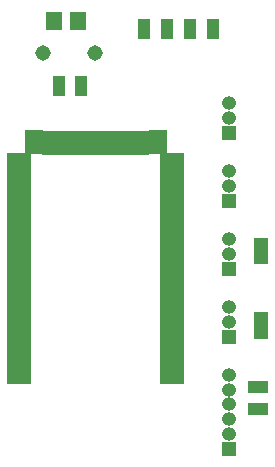
<source format=gbs>
%TF.GenerationSoftware,KiCad,Pcbnew,4.0.2-stable*%
%TF.CreationDate,2016-06-26T16:54:10-05:00*%
%TF.ProjectId,knee,6B6E65652E6B696361645F7063620000,rev?*%
%TF.FileFunction,Soldermask,Bot*%
%FSLAX46Y46*%
G04 Gerber Fmt 4.6, Leading zero omitted, Abs format (unit mm)*
G04 Created by KiCad (PCBNEW 4.0.2-stable) date 6/26/2016 4:54:10 PM*
%MOMM*%
G01*
G04 APERTURE LIST*
%ADD10C,0.100000*%
%ADD11C,1.309320*%
%ADD12R,1.100000X1.700000*%
%ADD13R,1.400000X1.650000*%
%ADD14R,1.162000X0.908000*%
%ADD15R,1.200000X1.200000*%
%ADD16O,1.200000X1.200000*%
%ADD17R,1.700000X1.100000*%
%ADD18R,2.099260X1.598880*%
%ADD19R,1.598880X1.997660*%
%ADD20R,1.598880X2.099260*%
G04 APERTURE END LIST*
D10*
D11*
X186449640Y-44750640D03*
X182050360Y-44750640D03*
D12*
X196400000Y-42750000D03*
X194500000Y-42750000D03*
X192500000Y-42750000D03*
X190600000Y-42750000D03*
D13*
X183000000Y-42000000D03*
X185000000Y-42000000D03*
D14*
X200500000Y-61500000D03*
X200500000Y-62211200D03*
X200500000Y-60788800D03*
X200500000Y-67788800D03*
X200500000Y-67077600D03*
X200500000Y-68500000D03*
D15*
X197750000Y-57250000D03*
D16*
X197750000Y-56000000D03*
X197750000Y-54750000D03*
D15*
X197750000Y-78250000D03*
D16*
X197750000Y-77000000D03*
X197750000Y-75750000D03*
X197750000Y-74500000D03*
X197750000Y-73250000D03*
X197750000Y-72000000D03*
D15*
X197750000Y-63000000D03*
D16*
X197750000Y-61750000D03*
X197750000Y-60500000D03*
D15*
X197750000Y-68750000D03*
D16*
X197750000Y-67500000D03*
X197750000Y-66250000D03*
D12*
X183350000Y-47500000D03*
X185250000Y-47500000D03*
D17*
X200250000Y-73000000D03*
X200250000Y-74900000D03*
D18*
X180000000Y-57001300D03*
X180000000Y-55500160D03*
X180000000Y-54001560D03*
X180000000Y-58499900D03*
X180000000Y-60001040D03*
X180000000Y-61499640D03*
X180000000Y-63000780D03*
X180000000Y-64499380D03*
X180000000Y-66000520D03*
X180000000Y-67501660D03*
X180000000Y-69000260D03*
X180000000Y-70501400D03*
X180000000Y-72000000D03*
D19*
X181249680Y-52304840D03*
D20*
X182753360Y-52350560D03*
X184251960Y-52350560D03*
X185750560Y-52350560D03*
X187249160Y-52350560D03*
X188747760Y-52350560D03*
X190246360Y-52350560D03*
D19*
X191744960Y-52302300D03*
D18*
X192999720Y-54001560D03*
X192999720Y-55500160D03*
X192999720Y-57003840D03*
X192999720Y-58499900D03*
X192999720Y-60001040D03*
X192999720Y-61499640D03*
X192999720Y-63000780D03*
X192999720Y-64499380D03*
X192999720Y-66000520D03*
X192999720Y-67501660D03*
X192999720Y-69000260D03*
X192999720Y-70501400D03*
X192999720Y-72000000D03*
D15*
X197750000Y-51500000D03*
D16*
X197750000Y-50250000D03*
X197750000Y-49000000D03*
M02*

</source>
